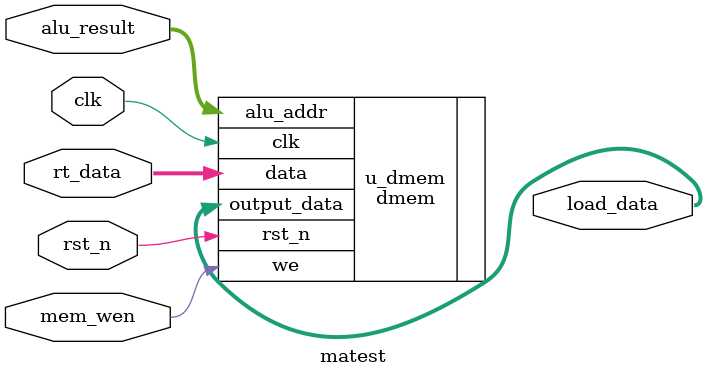
<source format=v>
module matest(
    input           clk, rst_n, mem_wen,
    input   [31: 0] alu_result, rt_data,
    
    output  [31: 0] load_data
);

    dmem u_dmem(
        .alu_addr(alu_result),
        .data(rt_data),
        .we(mem_wen),
        .clk(clk),
        .rst_n(rst_n),
        .output_data(load_data)
    );

endmodule

</source>
